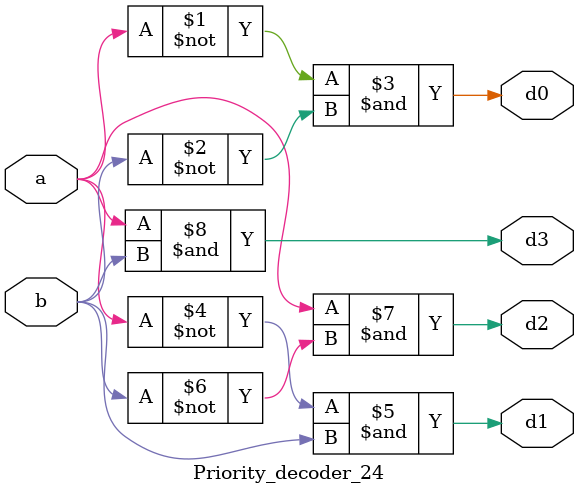
<source format=v>
`timescale 1ns / 1ps


module Priority_decoder_24(
input a,b,
output d0,d1,d2,d3
    );
     assign d0 = ~a&(~b);
    assign d1 = ~a&b;
    assign d2 = a&(~b);
    assign d3 = a&b;

endmodule

</source>
